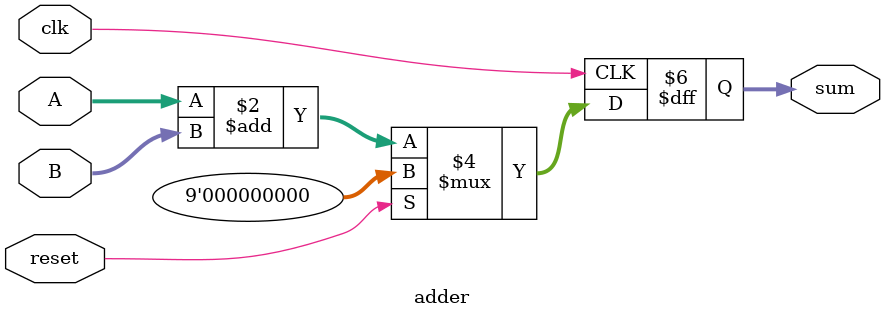
<source format=sv>
module adder (
  input  logic       clk, 
  input  logic       reset,
  input  logic [7:0] A,
  input  logic [7:0] B,
  output logic [8:0] sum
);

  always @(posedge clk) begin
    if(reset) begin
      sum=5'b0;
    end
    else begin
      sum=A+B;
    end
  end
endmodule

</source>
